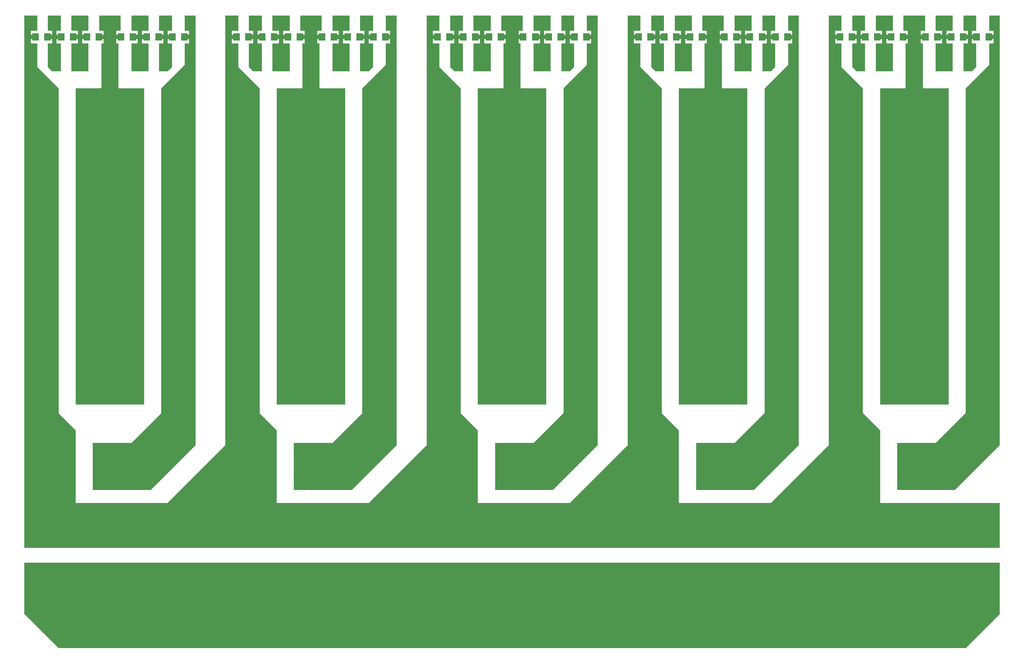
<source format=gtl>
G04*
G04 #@! TF.GenerationSoftware,Altium Limited,Altium Designer,18.1.7 (191)*
G04*
G04 Layer_Physical_Order=1*
G04 Layer_Color=255*
%FSLAX44Y44*%
%MOMM*%
G71*
G01*
G75*
%ADD13R,1.6000X1.8000*%
%ADD21R,8.0000X8.0000*%
%ADD22C,2.0000*%
%ADD23O,2.4000X4.0000*%
%ADD24O,2.4000X2.6000*%
G36*
X2345000Y2430000D02*
Y2395000D01*
X2330000Y2395000D01*
Y2385000D01*
X2340000D01*
Y2375000D01*
X2330000D01*
Y2365000D01*
X2345000D01*
Y2310000D01*
X2395000Y2260000D01*
Y1500000D01*
X2435000Y1460000D01*
Y1290000D01*
X2650000D01*
X2715000Y1290000D01*
X2715000Y1185000D01*
X2315000Y1185000D01*
Y1185000D01*
X1845000Y1185000D01*
Y1185000D01*
X1375000Y1185000D01*
Y1185000D01*
X905000Y1185000D01*
Y1185000D01*
X435000Y1185000D01*
X435000Y2430000D01*
X465000Y2430000D01*
Y2395000D01*
X450000Y2395000D01*
Y2385000D01*
X460000D01*
Y2375000D01*
X450000D01*
Y2365000D01*
X465000D01*
Y2310000D01*
X515000Y2260000D01*
Y1500000D01*
X555000Y1460000D01*
Y1290000D01*
X770000D01*
X905000Y1425000D01*
X905000Y2430000D01*
X935000Y2430000D01*
Y2395000D01*
X920000Y2395000D01*
Y2385000D01*
X930000D01*
Y2375000D01*
X920000D01*
Y2365000D01*
X935000D01*
Y2310000D01*
X985000Y2260000D01*
Y1500000D01*
X1025000Y1460000D01*
Y1290000D01*
X1240000D01*
X1375000Y1425000D01*
X1375000Y2430000D01*
X1405000Y2430000D01*
Y2395000D01*
X1390000Y2395000D01*
Y2385000D01*
X1400000D01*
Y2375000D01*
X1390000D01*
Y2365000D01*
X1405000D01*
Y2310000D01*
X1455000Y2260000D01*
Y1500000D01*
X1495000Y1460000D01*
Y1290000D01*
X1710000D01*
X1845000Y1425000D01*
X1845000Y2430000D01*
X1875000Y2430000D01*
Y2395000D01*
X1860000Y2395000D01*
Y2385000D01*
X1870000D01*
Y2375000D01*
X1860000D01*
Y2365000D01*
X1875000D01*
Y2310000D01*
X1925000Y2260000D01*
Y1500000D01*
X1965000Y1460000D01*
Y1290000D01*
X2180000D01*
X2315000Y1425000D01*
X2315000Y2430000D01*
X2345000Y2430000D01*
D02*
G37*
G36*
X2660000Y2395000D02*
X2650000D01*
Y2385000D01*
X2660000D01*
Y2375000D01*
X2650000D01*
Y2365000D01*
X2660000D01*
Y2310000D01*
X2660000D01*
X2650000Y2300000D01*
X2630000D01*
Y2365000D01*
X2640000D01*
Y2375000D01*
X2630000D01*
Y2385000D01*
X2640000D01*
Y2395000D01*
X2630000D01*
Y2430000D01*
X2660000D01*
Y2395000D01*
D02*
G37*
G36*
X2605000D02*
X2590000D01*
Y2385000D01*
X2600000D01*
Y2375000D01*
X2590000D01*
Y2365000D01*
X2605000D01*
Y2300000D01*
X2565000D01*
Y2365000D01*
X2580000D01*
Y2375000D01*
X2570000D01*
Y2385000D01*
X2580000D01*
Y2395000D01*
X2565000Y2395000D01*
Y2430000D01*
X2605000Y2430000D01*
Y2395000D01*
D02*
G37*
G36*
X2465000D02*
X2450000D01*
Y2385000D01*
X2460000D01*
Y2375000D01*
X2450000D01*
Y2365000D01*
X2465000D01*
Y2300000D01*
X2425000D01*
Y2365000D01*
X2440000D01*
Y2375000D01*
X2430000D01*
Y2385000D01*
X2440000D01*
Y2395000D01*
X2425000Y2395000D01*
Y2430000D01*
X2465000Y2430000D01*
Y2395000D01*
D02*
G37*
G36*
X2400000D02*
X2390000D01*
Y2385000D01*
X2400000D01*
Y2375000D01*
X2390000D01*
Y2365000D01*
X2400000D01*
Y2300000D01*
X2380000D01*
X2370000Y2310000D01*
X2370000D01*
Y2365000D01*
X2380000D01*
Y2375000D01*
X2370000D01*
Y2385000D01*
X2380000D01*
Y2395000D01*
X2370000D01*
Y2430000D01*
X2400000D01*
Y2395000D01*
D02*
G37*
G36*
X2190000D02*
X2180000D01*
Y2385000D01*
X2190000D01*
Y2375000D01*
X2180000D01*
Y2365000D01*
X2190000D01*
Y2310000D01*
X2190000D01*
X2180000Y2300000D01*
X2160000D01*
Y2365000D01*
X2170000D01*
Y2375000D01*
X2160000D01*
Y2385000D01*
X2170000D01*
Y2395000D01*
X2160000D01*
Y2430000D01*
X2190000D01*
Y2395000D01*
D02*
G37*
G36*
X2135000D02*
X2120000D01*
Y2385000D01*
X2130000D01*
Y2375000D01*
X2120000D01*
Y2365000D01*
X2135000D01*
Y2300000D01*
X2095000D01*
Y2365000D01*
X2110000D01*
Y2375000D01*
X2100000D01*
Y2385000D01*
X2110000D01*
Y2395000D01*
X2095000Y2395000D01*
Y2430000D01*
X2135000Y2430000D01*
Y2395000D01*
D02*
G37*
G36*
X1995000D02*
X1980000D01*
Y2385000D01*
X1990000D01*
Y2375000D01*
X1980000D01*
Y2365000D01*
X1995000D01*
Y2300000D01*
X1955000D01*
Y2365000D01*
X1970000D01*
Y2375000D01*
X1960000D01*
Y2385000D01*
X1970000D01*
Y2395000D01*
X1955000Y2395000D01*
Y2430000D01*
X1995000Y2430000D01*
Y2395000D01*
D02*
G37*
G36*
X1930000D02*
X1920000D01*
Y2385000D01*
X1930000D01*
Y2375000D01*
X1920000D01*
Y2365000D01*
X1930000D01*
Y2300000D01*
X1910000D01*
X1900000Y2310000D01*
X1900000D01*
Y2365000D01*
X1910000D01*
Y2375000D01*
X1900000D01*
Y2385000D01*
X1910000D01*
Y2395000D01*
X1900000D01*
Y2430000D01*
X1930000D01*
Y2395000D01*
D02*
G37*
G36*
X1720000D02*
X1710000D01*
Y2385000D01*
X1720000D01*
Y2375000D01*
X1710000D01*
Y2365000D01*
X1720000D01*
Y2310000D01*
X1720000D01*
X1710000Y2300000D01*
X1690000D01*
Y2365000D01*
X1700000D01*
Y2375000D01*
X1690000D01*
Y2385000D01*
X1700000D01*
Y2395000D01*
X1690000D01*
Y2430000D01*
X1720000D01*
Y2395000D01*
D02*
G37*
G36*
X1665000D02*
X1650000D01*
Y2385000D01*
X1660000D01*
Y2375000D01*
X1650000D01*
Y2365000D01*
X1665000D01*
Y2300000D01*
X1625000D01*
Y2365000D01*
X1640000D01*
Y2375000D01*
X1630000D01*
Y2385000D01*
X1640000D01*
Y2395000D01*
X1625000Y2395000D01*
Y2430000D01*
X1665000Y2430000D01*
Y2395000D01*
D02*
G37*
G36*
X1525000D02*
X1510000D01*
Y2385000D01*
X1520000D01*
Y2375000D01*
X1510000D01*
Y2365000D01*
X1525000D01*
Y2300000D01*
X1485000D01*
Y2365000D01*
X1500000D01*
Y2375000D01*
X1490000D01*
Y2385000D01*
X1500000D01*
Y2395000D01*
X1485000Y2395000D01*
Y2430000D01*
X1525000Y2430000D01*
Y2395000D01*
D02*
G37*
G36*
X1460000D02*
X1450000D01*
Y2385000D01*
X1460000D01*
Y2375000D01*
X1450000D01*
Y2365000D01*
X1460000D01*
Y2300000D01*
X1440000D01*
X1430000Y2310000D01*
X1430000D01*
Y2365000D01*
X1440000D01*
Y2375000D01*
X1430000D01*
Y2385000D01*
X1440000D01*
Y2395000D01*
X1430000D01*
Y2430000D01*
X1460000D01*
Y2395000D01*
D02*
G37*
G36*
X1250000D02*
X1240000D01*
Y2385000D01*
X1250000D01*
Y2375000D01*
X1240000D01*
Y2365000D01*
X1250000D01*
Y2310000D01*
X1250000D01*
X1240000Y2300000D01*
X1220000D01*
Y2365000D01*
X1230000D01*
Y2375000D01*
X1220000D01*
Y2385000D01*
X1230000D01*
Y2395000D01*
X1220000D01*
Y2430000D01*
X1250000D01*
Y2395000D01*
D02*
G37*
G36*
X1195000D02*
X1180000D01*
Y2385000D01*
X1190000D01*
Y2375000D01*
X1180000D01*
Y2365000D01*
X1195000D01*
Y2300000D01*
X1155000D01*
Y2365000D01*
X1170000D01*
Y2375000D01*
X1160000D01*
Y2385000D01*
X1170000D01*
Y2395000D01*
X1155000Y2395000D01*
Y2430000D01*
X1195000Y2430000D01*
Y2395000D01*
D02*
G37*
G36*
X1055000D02*
X1040000D01*
Y2385000D01*
X1050000D01*
Y2375000D01*
X1040000D01*
Y2365000D01*
X1055000D01*
Y2300000D01*
X1015000D01*
Y2365000D01*
X1030000D01*
Y2375000D01*
X1020000D01*
Y2385000D01*
X1030000D01*
Y2395000D01*
X1015000Y2395000D01*
Y2430000D01*
X1055000Y2430000D01*
Y2395000D01*
D02*
G37*
G36*
X990000D02*
X980000D01*
Y2385000D01*
X990000D01*
Y2375000D01*
X980000D01*
Y2365000D01*
X990000D01*
Y2300000D01*
X970000D01*
X960000Y2310000D01*
X960000D01*
Y2365000D01*
X970000D01*
Y2375000D01*
X960000D01*
Y2385000D01*
X970000D01*
Y2395000D01*
X960000D01*
Y2430000D01*
X990000D01*
Y2395000D01*
D02*
G37*
G36*
X780000D02*
X770000D01*
Y2385000D01*
X780000D01*
Y2375000D01*
X770000D01*
Y2365000D01*
X780000D01*
Y2310000D01*
X780000D01*
X770000Y2300000D01*
X750000D01*
Y2365000D01*
X760000D01*
Y2375000D01*
X750000D01*
Y2385000D01*
X760000D01*
Y2395000D01*
X750000D01*
Y2430000D01*
X780000D01*
Y2395000D01*
D02*
G37*
G36*
X725000D02*
X710000D01*
Y2385000D01*
X720000D01*
Y2375000D01*
X710000D01*
Y2365000D01*
X725000D01*
Y2300000D01*
X685000D01*
Y2365000D01*
X700000D01*
Y2375000D01*
X690000D01*
Y2385000D01*
X700000D01*
Y2395000D01*
X685000Y2395000D01*
Y2430000D01*
X725000Y2430000D01*
Y2395000D01*
D02*
G37*
G36*
X585000D02*
X570000D01*
Y2385000D01*
X580000D01*
Y2375000D01*
X570000D01*
Y2365000D01*
X585000D01*
Y2300000D01*
X545000D01*
Y2365000D01*
X560000D01*
Y2375000D01*
X550000D01*
Y2385000D01*
X560000D01*
Y2395000D01*
X545000Y2395000D01*
Y2430000D01*
X585000Y2430000D01*
Y2395000D01*
D02*
G37*
G36*
X520000D02*
X510000D01*
Y2385000D01*
X520000D01*
Y2375000D01*
X510000D01*
Y2365000D01*
X520000D01*
Y2300000D01*
X500000D01*
X490000Y2310000D01*
X490000D01*
Y2365000D01*
X500000D01*
Y2375000D01*
X490000D01*
Y2385000D01*
X500000D01*
Y2395000D01*
X490000D01*
Y2430000D01*
X520000D01*
Y2395000D01*
D02*
G37*
G36*
X2540000D02*
X2530000D01*
Y2385000D01*
X2535000D01*
Y2375000D01*
X2530000D01*
Y2365000D01*
X2535000D01*
Y2260000D01*
X2595000D01*
Y1520000D01*
X2435000D01*
Y2260000D01*
X2495000D01*
Y2365000D01*
X2500000D01*
Y2375000D01*
X2490000D01*
Y2385000D01*
X2500000D01*
Y2395000D01*
X2490000D01*
Y2430000D01*
X2540000D01*
Y2395000D01*
D02*
G37*
G36*
X2070000D02*
X2060000D01*
Y2385000D01*
X2065000D01*
Y2375000D01*
X2060000D01*
Y2365000D01*
X2065000D01*
Y2260000D01*
X2125000D01*
Y1520000D01*
X1965000D01*
Y2260000D01*
X2025000D01*
Y2365000D01*
X2030000D01*
Y2375000D01*
X2020000D01*
Y2385000D01*
X2030000D01*
Y2395000D01*
X2020000D01*
Y2430000D01*
X2070000D01*
Y2395000D01*
D02*
G37*
G36*
X1600000D02*
X1590000D01*
Y2385000D01*
X1595000D01*
Y2375000D01*
X1590000D01*
Y2365000D01*
X1595000D01*
Y2260000D01*
X1655000D01*
Y1520000D01*
X1495000D01*
Y2260000D01*
X1555000D01*
Y2365000D01*
X1560000D01*
Y2375000D01*
X1550000D01*
Y2385000D01*
X1560000D01*
Y2395000D01*
X1550000D01*
Y2430000D01*
X1600000D01*
Y2395000D01*
D02*
G37*
G36*
X1130000D02*
X1120000D01*
Y2385000D01*
X1125000D01*
Y2375000D01*
X1120000D01*
Y2365000D01*
X1125000D01*
Y2260000D01*
X1185000D01*
Y1520000D01*
X1025000D01*
Y2260000D01*
X1085000D01*
Y2365000D01*
X1090000D01*
Y2375000D01*
X1080000D01*
Y2385000D01*
X1090000D01*
Y2395000D01*
X1080000D01*
Y2430000D01*
X1130000D01*
Y2395000D01*
D02*
G37*
G36*
X660000D02*
X650000D01*
Y2385000D01*
X655000D01*
Y2375000D01*
X650000D01*
Y2365000D01*
X655000D01*
Y2260000D01*
X715000D01*
Y1520000D01*
X555000D01*
Y2260000D01*
X615000D01*
Y2365000D01*
X620000D01*
Y2375000D01*
X610000D01*
Y2385000D01*
X620000D01*
Y2395000D01*
X610000D01*
Y2430000D01*
X660000D01*
Y2395000D01*
D02*
G37*
G36*
X2715000Y1425000D02*
X2610000Y1320000D01*
X2475000D01*
Y1430000D01*
X2565000D01*
X2635000Y1500000D01*
Y2260000D01*
X2690000Y2315000D01*
Y2365000D01*
X2700000D01*
Y2375000D01*
X2690000D01*
Y2385000D01*
X2700000D01*
Y2395000D01*
X2690000D01*
Y2430000D01*
X2715000D01*
Y1425000D01*
D02*
G37*
G36*
X2245000D02*
X2140000Y1320000D01*
X2005000D01*
Y1430000D01*
X2095000D01*
X2165000Y1500000D01*
Y2260000D01*
X2220000Y2315000D01*
Y2365000D01*
X2230000D01*
Y2375000D01*
X2220000D01*
Y2385000D01*
X2230000D01*
Y2395000D01*
X2220000D01*
Y2430000D01*
X2245000D01*
Y1425000D01*
D02*
G37*
G36*
X1775000D02*
X1670000Y1320000D01*
X1535000D01*
Y1430000D01*
X1625000D01*
X1695000Y1500000D01*
Y2260000D01*
X1750000Y2315000D01*
Y2365000D01*
X1760000D01*
Y2375000D01*
X1750000D01*
Y2385000D01*
X1760000D01*
Y2395000D01*
X1750000D01*
Y2430000D01*
X1775000D01*
Y1425000D01*
D02*
G37*
G36*
X1305000D02*
X1200000Y1320000D01*
X1065000D01*
Y1430000D01*
X1155000D01*
X1225000Y1500000D01*
Y2260000D01*
X1280000Y2315000D01*
Y2365000D01*
X1290000D01*
Y2375000D01*
X1280000D01*
Y2385000D01*
X1290000D01*
Y2395000D01*
X1280000D01*
Y2430000D01*
X1305000D01*
Y1425000D01*
D02*
G37*
G36*
X835000D02*
X730000Y1320000D01*
X595000D01*
Y1430000D01*
X685000D01*
X755000Y1500000D01*
Y2260000D01*
X810000Y2315000D01*
Y2365000D01*
X820000D01*
Y2375000D01*
X810000D01*
Y2385000D01*
X820000D01*
Y2395000D01*
X810000D01*
Y2430000D01*
X835000D01*
Y1425000D01*
D02*
G37*
G36*
X2715000Y1050000D02*
X2715000D01*
X2715000Y1032857D01*
Y1030000D01*
X2715000D01*
Y1030000D01*
X2635000Y950000D01*
X515000D01*
X435000Y1030000D01*
Y1030000D01*
Y1050000D01*
Y1150000D01*
X2315000D01*
X2715000Y1150000D01*
Y1050000D01*
D02*
G37*
D13*
X2461000Y2380000D02*
D03*
X2489000D02*
D03*
X2401000D02*
D03*
X2429000D02*
D03*
X2341000D02*
D03*
X2369000D02*
D03*
X2541000D02*
D03*
X2569000D02*
D03*
X2601000D02*
D03*
X2629000D02*
D03*
X2661000D02*
D03*
X2689000D02*
D03*
X1991000D02*
D03*
X2019000D02*
D03*
X1931000D02*
D03*
X1959000D02*
D03*
X1871000D02*
D03*
X1899000D02*
D03*
X2071000D02*
D03*
X2099000D02*
D03*
X2131000D02*
D03*
X2159000D02*
D03*
X2191000D02*
D03*
X2219000D02*
D03*
X1521000D02*
D03*
X1549000D02*
D03*
X1461000D02*
D03*
X1489000D02*
D03*
X1401000D02*
D03*
X1429000D02*
D03*
X1601000D02*
D03*
X1629000D02*
D03*
X1661000D02*
D03*
X1689000D02*
D03*
X1721000D02*
D03*
X1749000D02*
D03*
X1051000D02*
D03*
X1079000D02*
D03*
X991000D02*
D03*
X1019000D02*
D03*
X931000D02*
D03*
X959000D02*
D03*
X1131000D02*
D03*
X1159000D02*
D03*
X1191000D02*
D03*
X1219000D02*
D03*
X1251000D02*
D03*
X1279000D02*
D03*
X781000D02*
D03*
X809000D02*
D03*
X721000D02*
D03*
X749000D02*
D03*
X661000D02*
D03*
X689000D02*
D03*
X461000D02*
D03*
X489000D02*
D03*
X521000D02*
D03*
X549000D02*
D03*
X581000D02*
D03*
X609000D02*
D03*
D21*
X490000Y1090000D02*
D03*
X490000Y1235000D02*
D03*
X2660000D02*
D03*
Y1090000D02*
D03*
D22*
X2452500Y1560000D02*
D03*
X2377500D02*
D03*
X2652500Y2240000D02*
D03*
X2577500D02*
D03*
X2652500Y2070000D02*
D03*
X2577500D02*
D03*
X2655000Y1900000D02*
D03*
X2580000D02*
D03*
X2652500Y1730000D02*
D03*
X2577500D02*
D03*
X2652500Y1560000D02*
D03*
X2577500D02*
D03*
X2452500Y2240000D02*
D03*
X2377500D02*
D03*
X2452500Y1730000D02*
D03*
X2377500D02*
D03*
X2452500Y2070000D02*
D03*
X2377500D02*
D03*
X2452500Y1900000D02*
D03*
X2377500D02*
D03*
X1982500Y1560000D02*
D03*
X1907500D02*
D03*
X2182500Y2240000D02*
D03*
X2107500D02*
D03*
X2182500Y2070000D02*
D03*
X2107500D02*
D03*
X2185000Y1900000D02*
D03*
X2110000D02*
D03*
X2182500Y1730000D02*
D03*
X2107500D02*
D03*
X2182500Y1560000D02*
D03*
X2107500D02*
D03*
X1982500Y2240000D02*
D03*
X1907500D02*
D03*
X1982500Y1730000D02*
D03*
X1907500D02*
D03*
X1982500Y2070000D02*
D03*
X1907500D02*
D03*
X1982500Y1900000D02*
D03*
X1907500D02*
D03*
X1512500Y1560000D02*
D03*
X1437500D02*
D03*
X1712500Y2240000D02*
D03*
X1637500D02*
D03*
X1712500Y2070000D02*
D03*
X1637500D02*
D03*
X1715000Y1900000D02*
D03*
X1640000D02*
D03*
X1712500Y1730000D02*
D03*
X1637500D02*
D03*
X1712500Y1560000D02*
D03*
X1637500D02*
D03*
X1512500Y2240000D02*
D03*
X1437500D02*
D03*
X1512500Y1730000D02*
D03*
X1437500D02*
D03*
X1512500Y2070000D02*
D03*
X1437500D02*
D03*
X1512500Y1900000D02*
D03*
X1437500D02*
D03*
X1042500Y1560000D02*
D03*
X967500D02*
D03*
X1242500Y2240000D02*
D03*
X1167500D02*
D03*
X1242500Y2070000D02*
D03*
X1167500D02*
D03*
X1245000Y1900000D02*
D03*
X1170000D02*
D03*
X1242500Y1730000D02*
D03*
X1167500D02*
D03*
X1242500Y1560000D02*
D03*
X1167500D02*
D03*
X1042500Y2240000D02*
D03*
X967500D02*
D03*
X1042500Y1730000D02*
D03*
X967500D02*
D03*
X1042500Y2070000D02*
D03*
X967500D02*
D03*
X1042500Y1900000D02*
D03*
X967500D02*
D03*
X772500Y1560000D02*
D03*
X697500D02*
D03*
X772500Y1730000D02*
D03*
X697500D02*
D03*
X775000Y1900000D02*
D03*
X700000D02*
D03*
X772500Y2070000D02*
D03*
X697500D02*
D03*
X772500Y2240000D02*
D03*
X697500D02*
D03*
X572500Y1560000D02*
D03*
X497500D02*
D03*
X572500Y1730000D02*
D03*
X497500D02*
D03*
X572500Y1900000D02*
D03*
X497500D02*
D03*
X572500Y2070000D02*
D03*
X497500D02*
D03*
X572500Y2240000D02*
D03*
X497500D02*
D03*
D23*
X2515000Y1340000D02*
D03*
Y1125000D02*
D03*
X2045000Y1340000D02*
D03*
Y1125000D02*
D03*
X1575000Y1340000D02*
D03*
Y1125000D02*
D03*
X1105000Y1340000D02*
D03*
Y1125000D02*
D03*
X635000D02*
D03*
Y1340000D02*
D03*
D24*
X2515000Y1410000D02*
D03*
Y1055000D02*
D03*
X2045000Y1410000D02*
D03*
Y1055000D02*
D03*
X1575000Y1410000D02*
D03*
Y1055000D02*
D03*
X1105000Y1410000D02*
D03*
Y1055000D02*
D03*
X635000D02*
D03*
Y1410000D02*
D03*
M02*

</source>
